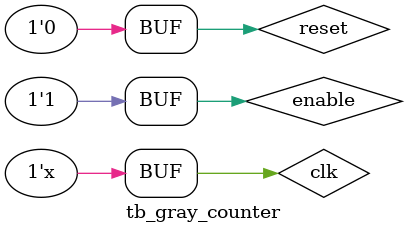
<source format=v>
`timescale 1ns / 1ps


module tb_gray_counter;
    reg clk;
    reg reset;
    reg enable;
    wire [3:0] cnt;
    
    gray_counter DUT(.clk(clk),
                     .reset(reset),
                     .enable(enable),
                     .cnt(cnt)
                     );
                     
    initial begin
        clk = 0;
        reset = 1;
        enable = 0;
        #10 reset = 0;
        enable = 1;
    end
    
    always #5 clk = ~clk; 
     
endmodule

</source>
